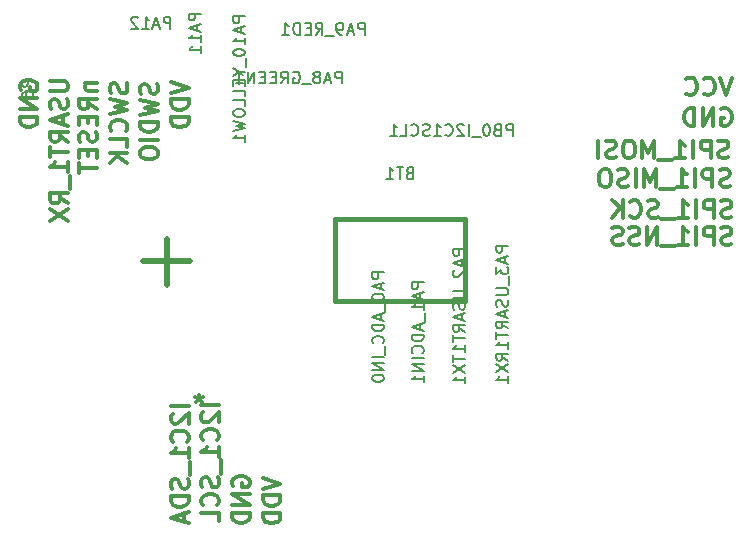
<source format=gbo>
G04 #@! TF.FileFunction,Legend,Bot*
%FSLAX46Y46*%
G04 Gerber Fmt 4.6, Leading zero omitted, Abs format (unit mm)*
G04 Created by KiCad (PCBNEW (2015-04-17 BZR 5609)-product) date Wednesday, 23 September 2015 11:50:23 am*
%MOMM*%
G01*
G04 APERTURE LIST*
%ADD10C,0.100000*%
%ADD11C,0.300000*%
%ADD12C,0.400000*%
%ADD13C,0.500000*%
%ADD14C,0.150000*%
%ADD15C,2.235200*%
%ADD16R,1.727200X2.032000*%
%ADD17O,1.727200X2.032000*%
%ADD18R,2.235200X2.235200*%
%ADD19R,2.032000X1.727200*%
%ADD20O,2.032000X1.727200*%
%ADD21R,3.200000X4.200000*%
G04 APERTURE END LIST*
D10*
D11*
X142586971Y-91878400D02*
X144086971Y-92378400D01*
X142586971Y-92878400D01*
X144086971Y-93378400D02*
X142586971Y-93378400D01*
X142586971Y-93735543D01*
X142658400Y-93949828D01*
X142801257Y-94092686D01*
X142944114Y-94164114D01*
X143229829Y-94235543D01*
X143444114Y-94235543D01*
X143729829Y-94164114D01*
X143872686Y-94092686D01*
X144015543Y-93949828D01*
X144086971Y-93735543D01*
X144086971Y-93378400D01*
X144086971Y-94878400D02*
X142586971Y-94878400D01*
X142586971Y-95235543D01*
X142658400Y-95449828D01*
X142801257Y-95592686D01*
X142944114Y-95664114D01*
X143229829Y-95735543D01*
X143444114Y-95735543D01*
X143729829Y-95664114D01*
X143872686Y-95592686D01*
X144015543Y-95449828D01*
X144086971Y-95235543D01*
X144086971Y-94878400D01*
X138833943Y-92009543D02*
X138905371Y-92223829D01*
X138905371Y-92580972D01*
X138833943Y-92723829D01*
X138762514Y-92795258D01*
X138619657Y-92866686D01*
X138476800Y-92866686D01*
X138333943Y-92795258D01*
X138262514Y-92723829D01*
X138191086Y-92580972D01*
X138119657Y-92295258D01*
X138048229Y-92152400D01*
X137976800Y-92080972D01*
X137833943Y-92009543D01*
X137691086Y-92009543D01*
X137548229Y-92080972D01*
X137476800Y-92152400D01*
X137405371Y-92295258D01*
X137405371Y-92652400D01*
X137476800Y-92866686D01*
X137405371Y-93366686D02*
X138905371Y-93723829D01*
X137833943Y-94009543D01*
X138905371Y-94295257D01*
X137405371Y-94652400D01*
X138762514Y-96080972D02*
X138833943Y-96009543D01*
X138905371Y-95795257D01*
X138905371Y-95652400D01*
X138833943Y-95438115D01*
X138691086Y-95295257D01*
X138548229Y-95223829D01*
X138262514Y-95152400D01*
X138048229Y-95152400D01*
X137762514Y-95223829D01*
X137619657Y-95295257D01*
X137476800Y-95438115D01*
X137405371Y-95652400D01*
X137405371Y-95795257D01*
X137476800Y-96009543D01*
X137548229Y-96080972D01*
X138905371Y-97438115D02*
X138905371Y-96723829D01*
X137405371Y-96723829D01*
X138905371Y-97938115D02*
X137405371Y-97938115D01*
X138905371Y-98795258D02*
X138048229Y-98152401D01*
X137405371Y-98795258D02*
X138262514Y-97938115D01*
X141424743Y-92071428D02*
X141496171Y-92285714D01*
X141496171Y-92642857D01*
X141424743Y-92785714D01*
X141353314Y-92857143D01*
X141210457Y-92928571D01*
X141067600Y-92928571D01*
X140924743Y-92857143D01*
X140853314Y-92785714D01*
X140781886Y-92642857D01*
X140710457Y-92357143D01*
X140639029Y-92214285D01*
X140567600Y-92142857D01*
X140424743Y-92071428D01*
X140281886Y-92071428D01*
X140139029Y-92142857D01*
X140067600Y-92214285D01*
X139996171Y-92357143D01*
X139996171Y-92714285D01*
X140067600Y-92928571D01*
X139996171Y-93428571D02*
X141496171Y-93785714D01*
X140424743Y-94071428D01*
X141496171Y-94357142D01*
X139996171Y-94714285D01*
X141496171Y-95285714D02*
X139996171Y-95285714D01*
X139996171Y-95642857D01*
X140067600Y-95857142D01*
X140210457Y-96000000D01*
X140353314Y-96071428D01*
X140639029Y-96142857D01*
X140853314Y-96142857D01*
X141139029Y-96071428D01*
X141281886Y-96000000D01*
X141424743Y-95857142D01*
X141496171Y-95642857D01*
X141496171Y-95285714D01*
X141496171Y-96785714D02*
X139996171Y-96785714D01*
X139996171Y-97785714D02*
X139996171Y-98071428D01*
X140067600Y-98214286D01*
X140210457Y-98357143D01*
X140496171Y-98428571D01*
X140996171Y-98428571D01*
X141281886Y-98357143D01*
X141424743Y-98214286D01*
X141496171Y-98071428D01*
X141496171Y-97785714D01*
X141424743Y-97642857D01*
X141281886Y-97500000D01*
X140996171Y-97428571D01*
X140496171Y-97428571D01*
X140210457Y-97500000D01*
X140067600Y-97642857D01*
X139996171Y-97785714D01*
X135314571Y-91992915D02*
X136314571Y-91992915D01*
X135457429Y-91992915D02*
X135386000Y-92064343D01*
X135314571Y-92207201D01*
X135314571Y-92421486D01*
X135386000Y-92564343D01*
X135528857Y-92635772D01*
X136314571Y-92635772D01*
X136314571Y-94207201D02*
X135600286Y-93707201D01*
X136314571Y-93350058D02*
X134814571Y-93350058D01*
X134814571Y-93921486D01*
X134886000Y-94064344D01*
X134957429Y-94135772D01*
X135100286Y-94207201D01*
X135314571Y-94207201D01*
X135457429Y-94135772D01*
X135528857Y-94064344D01*
X135600286Y-93921486D01*
X135600286Y-93350058D01*
X135528857Y-94850058D02*
X135528857Y-95350058D01*
X136314571Y-95564344D02*
X136314571Y-94850058D01*
X134814571Y-94850058D01*
X134814571Y-95564344D01*
X136243143Y-96135772D02*
X136314571Y-96350058D01*
X136314571Y-96707201D01*
X136243143Y-96850058D01*
X136171714Y-96921487D01*
X136028857Y-96992915D01*
X135886000Y-96992915D01*
X135743143Y-96921487D01*
X135671714Y-96850058D01*
X135600286Y-96707201D01*
X135528857Y-96421487D01*
X135457429Y-96278629D01*
X135386000Y-96207201D01*
X135243143Y-96135772D01*
X135100286Y-96135772D01*
X134957429Y-96207201D01*
X134886000Y-96278629D01*
X134814571Y-96421487D01*
X134814571Y-96778629D01*
X134886000Y-96992915D01*
X135528857Y-97635772D02*
X135528857Y-98135772D01*
X136314571Y-98350058D02*
X136314571Y-97635772D01*
X134814571Y-97635772D01*
X134814571Y-98350058D01*
X134814571Y-98778629D02*
X134814571Y-99635772D01*
X136314571Y-99207201D02*
X134814571Y-99207201D01*
X132376171Y-91831258D02*
X133590457Y-91831258D01*
X133733314Y-91902686D01*
X133804743Y-91974115D01*
X133876171Y-92116972D01*
X133876171Y-92402686D01*
X133804743Y-92545544D01*
X133733314Y-92616972D01*
X133590457Y-92688401D01*
X132376171Y-92688401D01*
X133804743Y-93331258D02*
X133876171Y-93545544D01*
X133876171Y-93902687D01*
X133804743Y-94045544D01*
X133733314Y-94116973D01*
X133590457Y-94188401D01*
X133447600Y-94188401D01*
X133304743Y-94116973D01*
X133233314Y-94045544D01*
X133161886Y-93902687D01*
X133090457Y-93616973D01*
X133019029Y-93474115D01*
X132947600Y-93402687D01*
X132804743Y-93331258D01*
X132661886Y-93331258D01*
X132519029Y-93402687D01*
X132447600Y-93474115D01*
X132376171Y-93616973D01*
X132376171Y-93974115D01*
X132447600Y-94188401D01*
X133447600Y-94759829D02*
X133447600Y-95474115D01*
X133876171Y-94616972D02*
X132376171Y-95116972D01*
X133876171Y-95616972D01*
X133876171Y-96974115D02*
X133161886Y-96474115D01*
X133876171Y-96116972D02*
X132376171Y-96116972D01*
X132376171Y-96688400D01*
X132447600Y-96831258D01*
X132519029Y-96902686D01*
X132661886Y-96974115D01*
X132876171Y-96974115D01*
X133019029Y-96902686D01*
X133090457Y-96831258D01*
X133161886Y-96688400D01*
X133161886Y-96116972D01*
X132376171Y-97402686D02*
X132376171Y-98259829D01*
X133876171Y-97831258D02*
X132376171Y-97831258D01*
X133876171Y-99545543D02*
X133876171Y-98688400D01*
X133876171Y-99116972D02*
X132376171Y-99116972D01*
X132590457Y-98974115D01*
X132733314Y-98831257D01*
X132804743Y-98688400D01*
X134019029Y-99831257D02*
X134019029Y-100974114D01*
X133876171Y-102188400D02*
X133161886Y-101688400D01*
X133876171Y-101331257D02*
X132376171Y-101331257D01*
X132376171Y-101902685D01*
X132447600Y-102045543D01*
X132519029Y-102116971D01*
X132661886Y-102188400D01*
X132876171Y-102188400D01*
X133019029Y-102116971D01*
X133090457Y-102045543D01*
X133161886Y-101902685D01*
X133161886Y-101331257D01*
X132376171Y-102688400D02*
X133876171Y-103688400D01*
X132376171Y-103688400D02*
X133876171Y-102688400D01*
X129856800Y-92583143D02*
X129785371Y-92440286D01*
X129785371Y-92226000D01*
X129856800Y-92011715D01*
X129999657Y-91868857D01*
X130142514Y-91797429D01*
X130428229Y-91726000D01*
X130642514Y-91726000D01*
X130928229Y-91797429D01*
X131071086Y-91868857D01*
X131213943Y-92011715D01*
X131285371Y-92226000D01*
X131285371Y-92368857D01*
X131213943Y-92583143D01*
X131142514Y-92654572D01*
X130642514Y-92654572D01*
X130642514Y-92368857D01*
X131285371Y-93297429D02*
X129785371Y-93297429D01*
X131285371Y-94154572D01*
X129785371Y-94154572D01*
X131285371Y-94868858D02*
X129785371Y-94868858D01*
X129785371Y-95226001D01*
X129856800Y-95440286D01*
X129999657Y-95583144D01*
X130142514Y-95654572D01*
X130428229Y-95726001D01*
X130642514Y-95726001D01*
X130928229Y-95654572D01*
X131071086Y-95583144D01*
X131213943Y-95440286D01*
X131285371Y-95226001D01*
X131285371Y-94868858D01*
X190061600Y-91532971D02*
X189561600Y-93032971D01*
X189061600Y-91532971D01*
X187704457Y-92890114D02*
X187775886Y-92961543D01*
X187990172Y-93032971D01*
X188133029Y-93032971D01*
X188347314Y-92961543D01*
X188490172Y-92818686D01*
X188561600Y-92675829D01*
X188633029Y-92390114D01*
X188633029Y-92175829D01*
X188561600Y-91890114D01*
X188490172Y-91747257D01*
X188347314Y-91604400D01*
X188133029Y-91532971D01*
X187990172Y-91532971D01*
X187775886Y-91604400D01*
X187704457Y-91675829D01*
X186204457Y-92890114D02*
X186275886Y-92961543D01*
X186490172Y-93032971D01*
X186633029Y-93032971D01*
X186847314Y-92961543D01*
X186990172Y-92818686D01*
X187061600Y-92675829D01*
X187133029Y-92390114D01*
X187133029Y-92175829D01*
X187061600Y-91890114D01*
X186990172Y-91747257D01*
X186847314Y-91604400D01*
X186633029Y-91532971D01*
X186490172Y-91532971D01*
X186275886Y-91604400D01*
X186204457Y-91675829D01*
X189204457Y-94195200D02*
X189347314Y-94123771D01*
X189561600Y-94123771D01*
X189775885Y-94195200D01*
X189918743Y-94338057D01*
X189990171Y-94480914D01*
X190061600Y-94766629D01*
X190061600Y-94980914D01*
X189990171Y-95266629D01*
X189918743Y-95409486D01*
X189775885Y-95552343D01*
X189561600Y-95623771D01*
X189418743Y-95623771D01*
X189204457Y-95552343D01*
X189133028Y-95480914D01*
X189133028Y-94980914D01*
X189418743Y-94980914D01*
X188490171Y-95623771D02*
X188490171Y-94123771D01*
X187633028Y-95623771D01*
X187633028Y-94123771D01*
X186918742Y-95623771D02*
X186918742Y-94123771D01*
X186561599Y-94123771D01*
X186347314Y-94195200D01*
X186204456Y-94338057D01*
X186133028Y-94480914D01*
X186061599Y-94766629D01*
X186061599Y-94980914D01*
X186133028Y-95266629D01*
X186204456Y-95409486D01*
X186347314Y-95552343D01*
X186561599Y-95623771D01*
X186918742Y-95623771D01*
X189787314Y-98295543D02*
X189573028Y-98366971D01*
X189215885Y-98366971D01*
X189073028Y-98295543D01*
X189001599Y-98224114D01*
X188930171Y-98081257D01*
X188930171Y-97938400D01*
X189001599Y-97795543D01*
X189073028Y-97724114D01*
X189215885Y-97652686D01*
X189501599Y-97581257D01*
X189644457Y-97509829D01*
X189715885Y-97438400D01*
X189787314Y-97295543D01*
X189787314Y-97152686D01*
X189715885Y-97009829D01*
X189644457Y-96938400D01*
X189501599Y-96866971D01*
X189144457Y-96866971D01*
X188930171Y-96938400D01*
X188287314Y-98366971D02*
X188287314Y-96866971D01*
X187715886Y-96866971D01*
X187573028Y-96938400D01*
X187501600Y-97009829D01*
X187430171Y-97152686D01*
X187430171Y-97366971D01*
X187501600Y-97509829D01*
X187573028Y-97581257D01*
X187715886Y-97652686D01*
X188287314Y-97652686D01*
X186787314Y-98366971D02*
X186787314Y-96866971D01*
X185287314Y-98366971D02*
X186144457Y-98366971D01*
X185715885Y-98366971D02*
X185715885Y-96866971D01*
X185858742Y-97081257D01*
X186001600Y-97224114D01*
X186144457Y-97295543D01*
X185001600Y-98509829D02*
X183858743Y-98509829D01*
X183501600Y-98366971D02*
X183501600Y-96866971D01*
X183001600Y-97938400D01*
X182501600Y-96866971D01*
X182501600Y-98366971D01*
X181501600Y-96866971D02*
X181215886Y-96866971D01*
X181073028Y-96938400D01*
X180930171Y-97081257D01*
X180858743Y-97366971D01*
X180858743Y-97866971D01*
X180930171Y-98152686D01*
X181073028Y-98295543D01*
X181215886Y-98366971D01*
X181501600Y-98366971D01*
X181644457Y-98295543D01*
X181787314Y-98152686D01*
X181858743Y-97866971D01*
X181858743Y-97366971D01*
X181787314Y-97081257D01*
X181644457Y-96938400D01*
X181501600Y-96866971D01*
X180287314Y-98295543D02*
X180073028Y-98366971D01*
X179715885Y-98366971D01*
X179573028Y-98295543D01*
X179501599Y-98224114D01*
X179430171Y-98081257D01*
X179430171Y-97938400D01*
X179501599Y-97795543D01*
X179573028Y-97724114D01*
X179715885Y-97652686D01*
X180001599Y-97581257D01*
X180144457Y-97509829D01*
X180215885Y-97438400D01*
X180287314Y-97295543D01*
X180287314Y-97152686D01*
X180215885Y-97009829D01*
X180144457Y-96938400D01*
X180001599Y-96866971D01*
X179644457Y-96866971D01*
X179430171Y-96938400D01*
X178787314Y-98366971D02*
X178787314Y-96866971D01*
X189939714Y-100733943D02*
X189725428Y-100805371D01*
X189368285Y-100805371D01*
X189225428Y-100733943D01*
X189153999Y-100662514D01*
X189082571Y-100519657D01*
X189082571Y-100376800D01*
X189153999Y-100233943D01*
X189225428Y-100162514D01*
X189368285Y-100091086D01*
X189653999Y-100019657D01*
X189796857Y-99948229D01*
X189868285Y-99876800D01*
X189939714Y-99733943D01*
X189939714Y-99591086D01*
X189868285Y-99448229D01*
X189796857Y-99376800D01*
X189653999Y-99305371D01*
X189296857Y-99305371D01*
X189082571Y-99376800D01*
X188439714Y-100805371D02*
X188439714Y-99305371D01*
X187868286Y-99305371D01*
X187725428Y-99376800D01*
X187654000Y-99448229D01*
X187582571Y-99591086D01*
X187582571Y-99805371D01*
X187654000Y-99948229D01*
X187725428Y-100019657D01*
X187868286Y-100091086D01*
X188439714Y-100091086D01*
X186939714Y-100805371D02*
X186939714Y-99305371D01*
X185439714Y-100805371D02*
X186296857Y-100805371D01*
X185868285Y-100805371D02*
X185868285Y-99305371D01*
X186011142Y-99519657D01*
X186154000Y-99662514D01*
X186296857Y-99733943D01*
X185154000Y-100948229D02*
X184011143Y-100948229D01*
X183654000Y-100805371D02*
X183654000Y-99305371D01*
X183154000Y-100376800D01*
X182654000Y-99305371D01*
X182654000Y-100805371D01*
X181939714Y-100805371D02*
X181939714Y-99305371D01*
X181296857Y-100733943D02*
X181082571Y-100805371D01*
X180725428Y-100805371D01*
X180582571Y-100733943D01*
X180511142Y-100662514D01*
X180439714Y-100519657D01*
X180439714Y-100376800D01*
X180511142Y-100233943D01*
X180582571Y-100162514D01*
X180725428Y-100091086D01*
X181011142Y-100019657D01*
X181154000Y-99948229D01*
X181225428Y-99876800D01*
X181296857Y-99733943D01*
X181296857Y-99591086D01*
X181225428Y-99448229D01*
X181154000Y-99376800D01*
X181011142Y-99305371D01*
X180654000Y-99305371D01*
X180439714Y-99376800D01*
X179511143Y-99305371D02*
X179225429Y-99305371D01*
X179082571Y-99376800D01*
X178939714Y-99519657D01*
X178868286Y-99805371D01*
X178868286Y-100305371D01*
X178939714Y-100591086D01*
X179082571Y-100733943D01*
X179225429Y-100805371D01*
X179511143Y-100805371D01*
X179654000Y-100733943D01*
X179796857Y-100591086D01*
X179868286Y-100305371D01*
X179868286Y-99805371D01*
X179796857Y-99519657D01*
X179654000Y-99376800D01*
X179511143Y-99305371D01*
X190049314Y-103324743D02*
X189835028Y-103396171D01*
X189477885Y-103396171D01*
X189335028Y-103324743D01*
X189263599Y-103253314D01*
X189192171Y-103110457D01*
X189192171Y-102967600D01*
X189263599Y-102824743D01*
X189335028Y-102753314D01*
X189477885Y-102681886D01*
X189763599Y-102610457D01*
X189906457Y-102539029D01*
X189977885Y-102467600D01*
X190049314Y-102324743D01*
X190049314Y-102181886D01*
X189977885Y-102039029D01*
X189906457Y-101967600D01*
X189763599Y-101896171D01*
X189406457Y-101896171D01*
X189192171Y-101967600D01*
X188549314Y-103396171D02*
X188549314Y-101896171D01*
X187977886Y-101896171D01*
X187835028Y-101967600D01*
X187763600Y-102039029D01*
X187692171Y-102181886D01*
X187692171Y-102396171D01*
X187763600Y-102539029D01*
X187835028Y-102610457D01*
X187977886Y-102681886D01*
X188549314Y-102681886D01*
X187049314Y-103396171D02*
X187049314Y-101896171D01*
X185549314Y-103396171D02*
X186406457Y-103396171D01*
X185977885Y-103396171D02*
X185977885Y-101896171D01*
X186120742Y-102110457D01*
X186263600Y-102253314D01*
X186406457Y-102324743D01*
X185263600Y-103539029D02*
X184120743Y-103539029D01*
X183835029Y-103324743D02*
X183620743Y-103396171D01*
X183263600Y-103396171D01*
X183120743Y-103324743D01*
X183049314Y-103253314D01*
X182977886Y-103110457D01*
X182977886Y-102967600D01*
X183049314Y-102824743D01*
X183120743Y-102753314D01*
X183263600Y-102681886D01*
X183549314Y-102610457D01*
X183692172Y-102539029D01*
X183763600Y-102467600D01*
X183835029Y-102324743D01*
X183835029Y-102181886D01*
X183763600Y-102039029D01*
X183692172Y-101967600D01*
X183549314Y-101896171D01*
X183192172Y-101896171D01*
X182977886Y-101967600D01*
X181477886Y-103253314D02*
X181549315Y-103324743D01*
X181763601Y-103396171D01*
X181906458Y-103396171D01*
X182120743Y-103324743D01*
X182263601Y-103181886D01*
X182335029Y-103039029D01*
X182406458Y-102753314D01*
X182406458Y-102539029D01*
X182335029Y-102253314D01*
X182263601Y-102110457D01*
X182120743Y-101967600D01*
X181906458Y-101896171D01*
X181763601Y-101896171D01*
X181549315Y-101967600D01*
X181477886Y-102039029D01*
X180835029Y-103396171D02*
X180835029Y-101896171D01*
X179977886Y-103396171D02*
X180620743Y-102539029D01*
X179977886Y-101896171D02*
X180835029Y-102753314D01*
X190049314Y-105610743D02*
X189835028Y-105682171D01*
X189477885Y-105682171D01*
X189335028Y-105610743D01*
X189263599Y-105539314D01*
X189192171Y-105396457D01*
X189192171Y-105253600D01*
X189263599Y-105110743D01*
X189335028Y-105039314D01*
X189477885Y-104967886D01*
X189763599Y-104896457D01*
X189906457Y-104825029D01*
X189977885Y-104753600D01*
X190049314Y-104610743D01*
X190049314Y-104467886D01*
X189977885Y-104325029D01*
X189906457Y-104253600D01*
X189763599Y-104182171D01*
X189406457Y-104182171D01*
X189192171Y-104253600D01*
X188549314Y-105682171D02*
X188549314Y-104182171D01*
X187977886Y-104182171D01*
X187835028Y-104253600D01*
X187763600Y-104325029D01*
X187692171Y-104467886D01*
X187692171Y-104682171D01*
X187763600Y-104825029D01*
X187835028Y-104896457D01*
X187977886Y-104967886D01*
X188549314Y-104967886D01*
X187049314Y-105682171D02*
X187049314Y-104182171D01*
X185549314Y-105682171D02*
X186406457Y-105682171D01*
X185977885Y-105682171D02*
X185977885Y-104182171D01*
X186120742Y-104396457D01*
X186263600Y-104539314D01*
X186406457Y-104610743D01*
X185263600Y-105825029D02*
X184120743Y-105825029D01*
X183763600Y-105682171D02*
X183763600Y-104182171D01*
X182906457Y-105682171D01*
X182906457Y-104182171D01*
X182263600Y-105610743D02*
X182049314Y-105682171D01*
X181692171Y-105682171D01*
X181549314Y-105610743D01*
X181477885Y-105539314D01*
X181406457Y-105396457D01*
X181406457Y-105253600D01*
X181477885Y-105110743D01*
X181549314Y-105039314D01*
X181692171Y-104967886D01*
X181977885Y-104896457D01*
X182120743Y-104825029D01*
X182192171Y-104753600D01*
X182263600Y-104610743D01*
X182263600Y-104467886D01*
X182192171Y-104325029D01*
X182120743Y-104253600D01*
X181977885Y-104182171D01*
X181620743Y-104182171D01*
X181406457Y-104253600D01*
X180835029Y-105610743D02*
X180620743Y-105682171D01*
X180263600Y-105682171D01*
X180120743Y-105610743D01*
X180049314Y-105539314D01*
X179977886Y-105396457D01*
X179977886Y-105253600D01*
X180049314Y-105110743D01*
X180120743Y-105039314D01*
X180263600Y-104967886D01*
X180549314Y-104896457D01*
X180692172Y-104825029D01*
X180763600Y-104753600D01*
X180835029Y-104610743D01*
X180835029Y-104467886D01*
X180763600Y-104325029D01*
X180692172Y-104253600D01*
X180549314Y-104182171D01*
X180192172Y-104182171D01*
X179977886Y-104253600D01*
X144086971Y-119348858D02*
X142586971Y-119348858D01*
X142729829Y-119991715D02*
X142658400Y-120063144D01*
X142586971Y-120206001D01*
X142586971Y-120563144D01*
X142658400Y-120706001D01*
X142729829Y-120777430D01*
X142872686Y-120848858D01*
X143015543Y-120848858D01*
X143229829Y-120777430D01*
X144086971Y-119920287D01*
X144086971Y-120848858D01*
X143944114Y-122348858D02*
X144015543Y-122277429D01*
X144086971Y-122063143D01*
X144086971Y-121920286D01*
X144015543Y-121706001D01*
X143872686Y-121563143D01*
X143729829Y-121491715D01*
X143444114Y-121420286D01*
X143229829Y-121420286D01*
X142944114Y-121491715D01*
X142801257Y-121563143D01*
X142658400Y-121706001D01*
X142586971Y-121920286D01*
X142586971Y-122063143D01*
X142658400Y-122277429D01*
X142729829Y-122348858D01*
X144086971Y-123777429D02*
X144086971Y-122920286D01*
X144086971Y-123348858D02*
X142586971Y-123348858D01*
X142801257Y-123206001D01*
X142944114Y-123063143D01*
X143015543Y-122920286D01*
X144229829Y-124063143D02*
X144229829Y-125206000D01*
X144015543Y-125491714D02*
X144086971Y-125706000D01*
X144086971Y-126063143D01*
X144015543Y-126206000D01*
X143944114Y-126277429D01*
X143801257Y-126348857D01*
X143658400Y-126348857D01*
X143515543Y-126277429D01*
X143444114Y-126206000D01*
X143372686Y-126063143D01*
X143301257Y-125777429D01*
X143229829Y-125634571D01*
X143158400Y-125563143D01*
X143015543Y-125491714D01*
X142872686Y-125491714D01*
X142729829Y-125563143D01*
X142658400Y-125634571D01*
X142586971Y-125777429D01*
X142586971Y-126134571D01*
X142658400Y-126348857D01*
X144086971Y-126991714D02*
X142586971Y-126991714D01*
X142586971Y-127348857D01*
X142658400Y-127563142D01*
X142801257Y-127706000D01*
X142944114Y-127777428D01*
X143229829Y-127848857D01*
X143444114Y-127848857D01*
X143729829Y-127777428D01*
X143872686Y-127706000D01*
X144015543Y-127563142D01*
X144086971Y-127348857D01*
X144086971Y-126991714D01*
X143658400Y-128420285D02*
X143658400Y-129134571D01*
X144086971Y-128277428D02*
X142586971Y-128777428D01*
X144086971Y-129277428D01*
X146677771Y-119232172D02*
X145177771Y-119232172D01*
X145320629Y-119875029D02*
X145249200Y-119946458D01*
X145177771Y-120089315D01*
X145177771Y-120446458D01*
X145249200Y-120589315D01*
X145320629Y-120660744D01*
X145463486Y-120732172D01*
X145606343Y-120732172D01*
X145820629Y-120660744D01*
X146677771Y-119803601D01*
X146677771Y-120732172D01*
X146534914Y-122232172D02*
X146606343Y-122160743D01*
X146677771Y-121946457D01*
X146677771Y-121803600D01*
X146606343Y-121589315D01*
X146463486Y-121446457D01*
X146320629Y-121375029D01*
X146034914Y-121303600D01*
X145820629Y-121303600D01*
X145534914Y-121375029D01*
X145392057Y-121446457D01*
X145249200Y-121589315D01*
X145177771Y-121803600D01*
X145177771Y-121946457D01*
X145249200Y-122160743D01*
X145320629Y-122232172D01*
X146677771Y-123660743D02*
X146677771Y-122803600D01*
X146677771Y-123232172D02*
X145177771Y-123232172D01*
X145392057Y-123089315D01*
X145534914Y-122946457D01*
X145606343Y-122803600D01*
X146820629Y-123946457D02*
X146820629Y-125089314D01*
X146606343Y-125375028D02*
X146677771Y-125589314D01*
X146677771Y-125946457D01*
X146606343Y-126089314D01*
X146534914Y-126160743D01*
X146392057Y-126232171D01*
X146249200Y-126232171D01*
X146106343Y-126160743D01*
X146034914Y-126089314D01*
X145963486Y-125946457D01*
X145892057Y-125660743D01*
X145820629Y-125517885D01*
X145749200Y-125446457D01*
X145606343Y-125375028D01*
X145463486Y-125375028D01*
X145320629Y-125446457D01*
X145249200Y-125517885D01*
X145177771Y-125660743D01*
X145177771Y-126017885D01*
X145249200Y-126232171D01*
X146534914Y-127732171D02*
X146606343Y-127660742D01*
X146677771Y-127446456D01*
X146677771Y-127303599D01*
X146606343Y-127089314D01*
X146463486Y-126946456D01*
X146320629Y-126875028D01*
X146034914Y-126803599D01*
X145820629Y-126803599D01*
X145534914Y-126875028D01*
X145392057Y-126946456D01*
X145249200Y-127089314D01*
X145177771Y-127303599D01*
X145177771Y-127446456D01*
X145249200Y-127660742D01*
X145320629Y-127732171D01*
X146677771Y-129089314D02*
X146677771Y-128375028D01*
X145177771Y-128375028D01*
X147840000Y-126111143D02*
X147768571Y-125968286D01*
X147768571Y-125754000D01*
X147840000Y-125539715D01*
X147982857Y-125396857D01*
X148125714Y-125325429D01*
X148411429Y-125254000D01*
X148625714Y-125254000D01*
X148911429Y-125325429D01*
X149054286Y-125396857D01*
X149197143Y-125539715D01*
X149268571Y-125754000D01*
X149268571Y-125896857D01*
X149197143Y-126111143D01*
X149125714Y-126182572D01*
X148625714Y-126182572D01*
X148625714Y-125896857D01*
X149268571Y-126825429D02*
X147768571Y-126825429D01*
X149268571Y-127682572D01*
X147768571Y-127682572D01*
X149268571Y-128396858D02*
X147768571Y-128396858D01*
X147768571Y-128754001D01*
X147840000Y-128968286D01*
X147982857Y-129111144D01*
X148125714Y-129182572D01*
X148411429Y-129254001D01*
X148625714Y-129254001D01*
X148911429Y-129182572D01*
X149054286Y-129111144D01*
X149197143Y-128968286D01*
X149268571Y-128754001D01*
X149268571Y-128396858D01*
X150359371Y-125406400D02*
X151859371Y-125906400D01*
X150359371Y-126406400D01*
X151859371Y-126906400D02*
X150359371Y-126906400D01*
X150359371Y-127263543D01*
X150430800Y-127477828D01*
X150573657Y-127620686D01*
X150716514Y-127692114D01*
X151002229Y-127763543D01*
X151216514Y-127763543D01*
X151502229Y-127692114D01*
X151645086Y-127620686D01*
X151787943Y-127477828D01*
X151859371Y-127263543D01*
X151859371Y-126906400D01*
X151859371Y-128406400D02*
X150359371Y-128406400D01*
X150359371Y-128763543D01*
X150430800Y-128977828D01*
X150573657Y-129120686D01*
X150716514Y-129192114D01*
X151002229Y-129263543D01*
X151216514Y-129263543D01*
X151502229Y-129192114D01*
X151645086Y-129120686D01*
X151787943Y-128977828D01*
X151859371Y-128763543D01*
X151859371Y-128406400D01*
X144970499Y-118368071D02*
X144970499Y-118725214D01*
X145327642Y-118582357D02*
X144970499Y-118725214D01*
X144613357Y-118582357D01*
X145184785Y-119010929D02*
X144970499Y-118725214D01*
X144756214Y-119010929D01*
D12*
X156501200Y-110484800D02*
X156501200Y-103484800D01*
X156501200Y-110484800D02*
X167501200Y-110484800D01*
X167501200Y-103484800D02*
X167501200Y-110484800D01*
X156501200Y-103484800D02*
X167501200Y-103484800D01*
D13*
X140201200Y-107084800D02*
X144201200Y-107084800D01*
X142301200Y-109084800D02*
X142301200Y-105184800D01*
D14*
X130944881Y-91717905D02*
X129944881Y-91717905D01*
X129944881Y-92098858D01*
X129992500Y-92194096D01*
X130040119Y-92241715D01*
X130135357Y-92289334D01*
X130278214Y-92289334D01*
X130373452Y-92241715D01*
X130421071Y-92194096D01*
X130468690Y-92098858D01*
X130468690Y-91717905D01*
X129944881Y-93146477D02*
X129944881Y-92956000D01*
X129992500Y-92860762D01*
X130040119Y-92813143D01*
X130182976Y-92717905D01*
X130373452Y-92670286D01*
X130754405Y-92670286D01*
X130849643Y-92717905D01*
X130897262Y-92765524D01*
X130944881Y-92860762D01*
X130944881Y-93051239D01*
X130897262Y-93146477D01*
X130849643Y-93194096D01*
X130754405Y-93241715D01*
X130516310Y-93241715D01*
X130421071Y-93194096D01*
X130373452Y-93146477D01*
X130325833Y-93051239D01*
X130325833Y-92860762D01*
X130373452Y-92765524D01*
X130421071Y-92717905D01*
X130516310Y-92670286D01*
X160624781Y-108028362D02*
X159624781Y-108028362D01*
X159624781Y-108409315D01*
X159672400Y-108504553D01*
X159720019Y-108552172D01*
X159815257Y-108599791D01*
X159958114Y-108599791D01*
X160053352Y-108552172D01*
X160100971Y-108504553D01*
X160148590Y-108409315D01*
X160148590Y-108028362D01*
X160339067Y-108980743D02*
X160339067Y-109456934D01*
X160624781Y-108885505D02*
X159624781Y-109218838D01*
X160624781Y-109552172D01*
X159624781Y-110075981D02*
X159624781Y-110171220D01*
X159672400Y-110266458D01*
X159720019Y-110314077D01*
X159815257Y-110361696D01*
X160005733Y-110409315D01*
X160243829Y-110409315D01*
X160434305Y-110361696D01*
X160529543Y-110314077D01*
X160577162Y-110266458D01*
X160624781Y-110171220D01*
X160624781Y-110075981D01*
X160577162Y-109980743D01*
X160529543Y-109933124D01*
X160434305Y-109885505D01*
X160243829Y-109837886D01*
X160005733Y-109837886D01*
X159815257Y-109885505D01*
X159720019Y-109933124D01*
X159672400Y-109980743D01*
X159624781Y-110075981D01*
X160720019Y-110599791D02*
X160720019Y-111361696D01*
X160339067Y-111552172D02*
X160339067Y-112028363D01*
X160624781Y-111456934D02*
X159624781Y-111790267D01*
X160624781Y-112123601D01*
X160624781Y-112456934D02*
X159624781Y-112456934D01*
X159624781Y-112695029D01*
X159672400Y-112837887D01*
X159767638Y-112933125D01*
X159862876Y-112980744D01*
X160053352Y-113028363D01*
X160196210Y-113028363D01*
X160386686Y-112980744D01*
X160481924Y-112933125D01*
X160577162Y-112837887D01*
X160624781Y-112695029D01*
X160624781Y-112456934D01*
X160529543Y-114028363D02*
X160577162Y-113980744D01*
X160624781Y-113837887D01*
X160624781Y-113742649D01*
X160577162Y-113599791D01*
X160481924Y-113504553D01*
X160386686Y-113456934D01*
X160196210Y-113409315D01*
X160053352Y-113409315D01*
X159862876Y-113456934D01*
X159767638Y-113504553D01*
X159672400Y-113599791D01*
X159624781Y-113742649D01*
X159624781Y-113837887D01*
X159672400Y-113980744D01*
X159720019Y-114028363D01*
X160720019Y-114218839D02*
X160720019Y-114980744D01*
X160624781Y-115218839D02*
X159624781Y-115218839D01*
X160624781Y-115695029D02*
X159624781Y-115695029D01*
X160624781Y-116266458D01*
X159624781Y-116266458D01*
X159624781Y-116933124D02*
X159624781Y-117028363D01*
X159672400Y-117123601D01*
X159720019Y-117171220D01*
X159815257Y-117218839D01*
X160005733Y-117266458D01*
X160243829Y-117266458D01*
X160434305Y-117218839D01*
X160529543Y-117171220D01*
X160577162Y-117123601D01*
X160624781Y-117028363D01*
X160624781Y-116933124D01*
X160577162Y-116837886D01*
X160529543Y-116790267D01*
X160434305Y-116742648D01*
X160243829Y-116695029D01*
X160005733Y-116695029D01*
X159815257Y-116742648D01*
X159720019Y-116790267D01*
X159672400Y-116837886D01*
X159624781Y-116933124D01*
X163977581Y-108866514D02*
X162977581Y-108866514D01*
X162977581Y-109247467D01*
X163025200Y-109342705D01*
X163072819Y-109390324D01*
X163168057Y-109437943D01*
X163310914Y-109437943D01*
X163406152Y-109390324D01*
X163453771Y-109342705D01*
X163501390Y-109247467D01*
X163501390Y-108866514D01*
X163691867Y-109818895D02*
X163691867Y-110295086D01*
X163977581Y-109723657D02*
X162977581Y-110056990D01*
X163977581Y-110390324D01*
X163977581Y-111247467D02*
X163977581Y-110676038D01*
X163977581Y-110961752D02*
X162977581Y-110961752D01*
X163120438Y-110866514D01*
X163215676Y-110771276D01*
X163263295Y-110676038D01*
X164072819Y-111437943D02*
X164072819Y-112199848D01*
X163691867Y-112390324D02*
X163691867Y-112866515D01*
X163977581Y-112295086D02*
X162977581Y-112628419D01*
X163977581Y-112961753D01*
X163977581Y-113295086D02*
X162977581Y-113295086D01*
X162977581Y-113533181D01*
X163025200Y-113676039D01*
X163120438Y-113771277D01*
X163215676Y-113818896D01*
X163406152Y-113866515D01*
X163549010Y-113866515D01*
X163739486Y-113818896D01*
X163834724Y-113771277D01*
X163929962Y-113676039D01*
X163977581Y-113533181D01*
X163977581Y-113295086D01*
X163882343Y-114866515D02*
X163929962Y-114818896D01*
X163977581Y-114676039D01*
X163977581Y-114580801D01*
X163929962Y-114437943D01*
X163834724Y-114342705D01*
X163739486Y-114295086D01*
X163549010Y-114247467D01*
X163406152Y-114247467D01*
X163215676Y-114295086D01*
X163120438Y-114342705D01*
X163025200Y-114437943D01*
X162977581Y-114580801D01*
X162977581Y-114676039D01*
X163025200Y-114818896D01*
X163072819Y-114866515D01*
X163977581Y-115295086D02*
X162977581Y-115295086D01*
X163977581Y-115771276D02*
X162977581Y-115771276D01*
X163977581Y-116342705D01*
X162977581Y-116342705D01*
X163977581Y-117342705D02*
X163977581Y-116771276D01*
X163977581Y-117056990D02*
X162977581Y-117056990D01*
X163120438Y-116961752D01*
X163215676Y-116866514D01*
X163263295Y-116771276D01*
X167482781Y-106042533D02*
X166482781Y-106042533D01*
X166482781Y-106423486D01*
X166530400Y-106518724D01*
X166578019Y-106566343D01*
X166673257Y-106613962D01*
X166816114Y-106613962D01*
X166911352Y-106566343D01*
X166958971Y-106518724D01*
X167006590Y-106423486D01*
X167006590Y-106042533D01*
X167197067Y-106994914D02*
X167197067Y-107471105D01*
X167482781Y-106899676D02*
X166482781Y-107233009D01*
X167482781Y-107566343D01*
X166578019Y-107852057D02*
X166530400Y-107899676D01*
X166482781Y-107994914D01*
X166482781Y-108233010D01*
X166530400Y-108328248D01*
X166578019Y-108375867D01*
X166673257Y-108423486D01*
X166768495Y-108423486D01*
X166911352Y-108375867D01*
X167482781Y-107804438D01*
X167482781Y-108423486D01*
X167578019Y-108613962D02*
X167578019Y-109375867D01*
X166482781Y-109613962D02*
X167292305Y-109613962D01*
X167387543Y-109661581D01*
X167435162Y-109709200D01*
X167482781Y-109804438D01*
X167482781Y-109994915D01*
X167435162Y-110090153D01*
X167387543Y-110137772D01*
X167292305Y-110185391D01*
X166482781Y-110185391D01*
X167435162Y-110613962D02*
X167482781Y-110756819D01*
X167482781Y-110994915D01*
X167435162Y-111090153D01*
X167387543Y-111137772D01*
X167292305Y-111185391D01*
X167197067Y-111185391D01*
X167101829Y-111137772D01*
X167054210Y-111090153D01*
X167006590Y-110994915D01*
X166958971Y-110804438D01*
X166911352Y-110709200D01*
X166863733Y-110661581D01*
X166768495Y-110613962D01*
X166673257Y-110613962D01*
X166578019Y-110661581D01*
X166530400Y-110709200D01*
X166482781Y-110804438D01*
X166482781Y-111042534D01*
X166530400Y-111185391D01*
X167197067Y-111566343D02*
X167197067Y-112042534D01*
X167482781Y-111471105D02*
X166482781Y-111804438D01*
X167482781Y-112137772D01*
X167482781Y-113042534D02*
X167006590Y-112709200D01*
X167482781Y-112471105D02*
X166482781Y-112471105D01*
X166482781Y-112852058D01*
X166530400Y-112947296D01*
X166578019Y-112994915D01*
X166673257Y-113042534D01*
X166816114Y-113042534D01*
X166911352Y-112994915D01*
X166958971Y-112947296D01*
X167006590Y-112852058D01*
X167006590Y-112471105D01*
X166482781Y-113328248D02*
X166482781Y-113899677D01*
X167482781Y-113613962D02*
X166482781Y-113613962D01*
X167482781Y-114756820D02*
X167482781Y-114185391D01*
X167482781Y-114471105D02*
X166482781Y-114471105D01*
X166625638Y-114375867D01*
X166720876Y-114280629D01*
X166768495Y-114185391D01*
X166482781Y-115042534D02*
X166482781Y-115613963D01*
X167482781Y-115328248D02*
X166482781Y-115328248D01*
X166482781Y-115852058D02*
X167482781Y-116518725D01*
X166482781Y-116518725D02*
X167482781Y-115852058D01*
X167482781Y-117423487D02*
X167482781Y-116852058D01*
X167482781Y-117137772D02*
X166482781Y-117137772D01*
X166625638Y-117042534D01*
X166720876Y-116947296D01*
X166768495Y-116852058D01*
X171140381Y-105771085D02*
X170140381Y-105771085D01*
X170140381Y-106152038D01*
X170188000Y-106247276D01*
X170235619Y-106294895D01*
X170330857Y-106342514D01*
X170473714Y-106342514D01*
X170568952Y-106294895D01*
X170616571Y-106247276D01*
X170664190Y-106152038D01*
X170664190Y-105771085D01*
X170854667Y-106723466D02*
X170854667Y-107199657D01*
X171140381Y-106628228D02*
X170140381Y-106961561D01*
X171140381Y-107294895D01*
X170140381Y-107532990D02*
X170140381Y-108152038D01*
X170521333Y-107818704D01*
X170521333Y-107961562D01*
X170568952Y-108056800D01*
X170616571Y-108104419D01*
X170711810Y-108152038D01*
X170949905Y-108152038D01*
X171045143Y-108104419D01*
X171092762Y-108056800D01*
X171140381Y-107961562D01*
X171140381Y-107675847D01*
X171092762Y-107580609D01*
X171045143Y-107532990D01*
X171235619Y-108342514D02*
X171235619Y-109104419D01*
X170140381Y-109342514D02*
X170949905Y-109342514D01*
X171045143Y-109390133D01*
X171092762Y-109437752D01*
X171140381Y-109532990D01*
X171140381Y-109723467D01*
X171092762Y-109818705D01*
X171045143Y-109866324D01*
X170949905Y-109913943D01*
X170140381Y-109913943D01*
X171092762Y-110342514D02*
X171140381Y-110485371D01*
X171140381Y-110723467D01*
X171092762Y-110818705D01*
X171045143Y-110866324D01*
X170949905Y-110913943D01*
X170854667Y-110913943D01*
X170759429Y-110866324D01*
X170711810Y-110818705D01*
X170664190Y-110723467D01*
X170616571Y-110532990D01*
X170568952Y-110437752D01*
X170521333Y-110390133D01*
X170426095Y-110342514D01*
X170330857Y-110342514D01*
X170235619Y-110390133D01*
X170188000Y-110437752D01*
X170140381Y-110532990D01*
X170140381Y-110771086D01*
X170188000Y-110913943D01*
X170854667Y-111294895D02*
X170854667Y-111771086D01*
X171140381Y-111199657D02*
X170140381Y-111532990D01*
X171140381Y-111866324D01*
X171140381Y-112771086D02*
X170664190Y-112437752D01*
X171140381Y-112199657D02*
X170140381Y-112199657D01*
X170140381Y-112580610D01*
X170188000Y-112675848D01*
X170235619Y-112723467D01*
X170330857Y-112771086D01*
X170473714Y-112771086D01*
X170568952Y-112723467D01*
X170616571Y-112675848D01*
X170664190Y-112580610D01*
X170664190Y-112199657D01*
X170140381Y-113056800D02*
X170140381Y-113628229D01*
X171140381Y-113342514D02*
X170140381Y-113342514D01*
X171140381Y-114485372D02*
X171140381Y-113913943D01*
X171140381Y-114199657D02*
X170140381Y-114199657D01*
X170283238Y-114104419D01*
X170378476Y-114009181D01*
X170426095Y-113913943D01*
X171140381Y-115485372D02*
X170664190Y-115152038D01*
X171140381Y-114913943D02*
X170140381Y-114913943D01*
X170140381Y-115294896D01*
X170188000Y-115390134D01*
X170235619Y-115437753D01*
X170330857Y-115485372D01*
X170473714Y-115485372D01*
X170568952Y-115437753D01*
X170616571Y-115390134D01*
X170664190Y-115294896D01*
X170664190Y-114913943D01*
X170140381Y-115818705D02*
X171140381Y-116485372D01*
X170140381Y-116485372D02*
X171140381Y-115818705D01*
X171140381Y-117390134D02*
X171140381Y-116818705D01*
X171140381Y-117104419D02*
X170140381Y-117104419D01*
X170283238Y-117009181D01*
X170378476Y-116913943D01*
X170426095Y-116818705D01*
X157042881Y-92019381D02*
X157042881Y-91019381D01*
X156661928Y-91019381D01*
X156566690Y-91067000D01*
X156519071Y-91114619D01*
X156471452Y-91209857D01*
X156471452Y-91352714D01*
X156519071Y-91447952D01*
X156566690Y-91495571D01*
X156661928Y-91543190D01*
X157042881Y-91543190D01*
X156090500Y-91733667D02*
X155614309Y-91733667D01*
X156185738Y-92019381D02*
X155852405Y-91019381D01*
X155519071Y-92019381D01*
X155042881Y-91447952D02*
X155138119Y-91400333D01*
X155185738Y-91352714D01*
X155233357Y-91257476D01*
X155233357Y-91209857D01*
X155185738Y-91114619D01*
X155138119Y-91067000D01*
X155042881Y-91019381D01*
X154852404Y-91019381D01*
X154757166Y-91067000D01*
X154709547Y-91114619D01*
X154661928Y-91209857D01*
X154661928Y-91257476D01*
X154709547Y-91352714D01*
X154757166Y-91400333D01*
X154852404Y-91447952D01*
X155042881Y-91447952D01*
X155138119Y-91495571D01*
X155185738Y-91543190D01*
X155233357Y-91638429D01*
X155233357Y-91828905D01*
X155185738Y-91924143D01*
X155138119Y-91971762D01*
X155042881Y-92019381D01*
X154852404Y-92019381D01*
X154757166Y-91971762D01*
X154709547Y-91924143D01*
X154661928Y-91828905D01*
X154661928Y-91638429D01*
X154709547Y-91543190D01*
X154757166Y-91495571D01*
X154852404Y-91447952D01*
X154471452Y-92114619D02*
X153709547Y-92114619D01*
X152947642Y-91067000D02*
X153042880Y-91019381D01*
X153185737Y-91019381D01*
X153328595Y-91067000D01*
X153423833Y-91162238D01*
X153471452Y-91257476D01*
X153519071Y-91447952D01*
X153519071Y-91590810D01*
X153471452Y-91781286D01*
X153423833Y-91876524D01*
X153328595Y-91971762D01*
X153185737Y-92019381D01*
X153090499Y-92019381D01*
X152947642Y-91971762D01*
X152900023Y-91924143D01*
X152900023Y-91590810D01*
X153090499Y-91590810D01*
X151900023Y-92019381D02*
X152233357Y-91543190D01*
X152471452Y-92019381D02*
X152471452Y-91019381D01*
X152090499Y-91019381D01*
X151995261Y-91067000D01*
X151947642Y-91114619D01*
X151900023Y-91209857D01*
X151900023Y-91352714D01*
X151947642Y-91447952D01*
X151995261Y-91495571D01*
X152090499Y-91543190D01*
X152471452Y-91543190D01*
X151471452Y-91495571D02*
X151138118Y-91495571D01*
X150995261Y-92019381D02*
X151471452Y-92019381D01*
X151471452Y-91019381D01*
X150995261Y-91019381D01*
X150566690Y-91495571D02*
X150233356Y-91495571D01*
X150090499Y-92019381D02*
X150566690Y-92019381D01*
X150566690Y-91019381D01*
X150090499Y-91019381D01*
X149661928Y-92019381D02*
X149661928Y-91019381D01*
X149090499Y-92019381D01*
X149090499Y-91019381D01*
X148090499Y-92019381D02*
X148661928Y-92019381D01*
X148376214Y-92019381D02*
X148376214Y-91019381D01*
X148471452Y-91162238D01*
X148566690Y-91257476D01*
X148661928Y-91305095D01*
X158987691Y-87891881D02*
X158987691Y-86891881D01*
X158606738Y-86891881D01*
X158511500Y-86939500D01*
X158463881Y-86987119D01*
X158416262Y-87082357D01*
X158416262Y-87225214D01*
X158463881Y-87320452D01*
X158511500Y-87368071D01*
X158606738Y-87415690D01*
X158987691Y-87415690D01*
X158035310Y-87606167D02*
X157559119Y-87606167D01*
X158130548Y-87891881D02*
X157797215Y-86891881D01*
X157463881Y-87891881D01*
X157082929Y-87891881D02*
X156892453Y-87891881D01*
X156797214Y-87844262D01*
X156749595Y-87796643D01*
X156654357Y-87653786D01*
X156606738Y-87463310D01*
X156606738Y-87082357D01*
X156654357Y-86987119D01*
X156701976Y-86939500D01*
X156797214Y-86891881D01*
X156987691Y-86891881D01*
X157082929Y-86939500D01*
X157130548Y-86987119D01*
X157178167Y-87082357D01*
X157178167Y-87320452D01*
X157130548Y-87415690D01*
X157082929Y-87463310D01*
X156987691Y-87510929D01*
X156797214Y-87510929D01*
X156701976Y-87463310D01*
X156654357Y-87415690D01*
X156606738Y-87320452D01*
X156416262Y-87987119D02*
X155654357Y-87987119D01*
X154844833Y-87891881D02*
X155178167Y-87415690D01*
X155416262Y-87891881D02*
X155416262Y-86891881D01*
X155035309Y-86891881D01*
X154940071Y-86939500D01*
X154892452Y-86987119D01*
X154844833Y-87082357D01*
X154844833Y-87225214D01*
X154892452Y-87320452D01*
X154940071Y-87368071D01*
X155035309Y-87415690D01*
X155416262Y-87415690D01*
X154416262Y-87368071D02*
X154082928Y-87368071D01*
X153940071Y-87891881D02*
X154416262Y-87891881D01*
X154416262Y-86891881D01*
X153940071Y-86891881D01*
X153511500Y-87891881D02*
X153511500Y-86891881D01*
X153273405Y-86891881D01*
X153130547Y-86939500D01*
X153035309Y-87034738D01*
X152987690Y-87129976D01*
X152940071Y-87320452D01*
X152940071Y-87463310D01*
X152987690Y-87653786D01*
X153035309Y-87749024D01*
X153130547Y-87844262D01*
X153273405Y-87891881D01*
X153511500Y-87891881D01*
X151987690Y-87891881D02*
X152559119Y-87891881D01*
X152273405Y-87891881D02*
X152273405Y-86891881D01*
X152368643Y-87034738D01*
X152463881Y-87129976D01*
X152559119Y-87177595D01*
X148851881Y-86344785D02*
X147851881Y-86344785D01*
X147851881Y-86725738D01*
X147899500Y-86820976D01*
X147947119Y-86868595D01*
X148042357Y-86916214D01*
X148185214Y-86916214D01*
X148280452Y-86868595D01*
X148328071Y-86820976D01*
X148375690Y-86725738D01*
X148375690Y-86344785D01*
X148566167Y-87297166D02*
X148566167Y-87773357D01*
X148851881Y-87201928D02*
X147851881Y-87535261D01*
X148851881Y-87868595D01*
X148851881Y-88725738D02*
X148851881Y-88154309D01*
X148851881Y-88440023D02*
X147851881Y-88440023D01*
X147994738Y-88344785D01*
X148089976Y-88249547D01*
X148137595Y-88154309D01*
X147851881Y-89344785D02*
X147851881Y-89440024D01*
X147899500Y-89535262D01*
X147947119Y-89582881D01*
X148042357Y-89630500D01*
X148232833Y-89678119D01*
X148470929Y-89678119D01*
X148661405Y-89630500D01*
X148756643Y-89582881D01*
X148804262Y-89535262D01*
X148851881Y-89440024D01*
X148851881Y-89344785D01*
X148804262Y-89249547D01*
X148756643Y-89201928D01*
X148661405Y-89154309D01*
X148470929Y-89106690D01*
X148232833Y-89106690D01*
X148042357Y-89154309D01*
X147947119Y-89201928D01*
X147899500Y-89249547D01*
X147851881Y-89344785D01*
X148947119Y-89868595D02*
X148947119Y-90630500D01*
X148375690Y-91059071D02*
X148851881Y-91059071D01*
X147851881Y-90725738D02*
X148375690Y-91059071D01*
X147851881Y-91392405D01*
X148328071Y-91725738D02*
X148328071Y-92059072D01*
X148851881Y-92201929D02*
X148851881Y-91725738D01*
X147851881Y-91725738D01*
X147851881Y-92201929D01*
X148851881Y-93106691D02*
X148851881Y-92630500D01*
X147851881Y-92630500D01*
X148851881Y-93916215D02*
X148851881Y-93440024D01*
X147851881Y-93440024D01*
X147851881Y-94440024D02*
X147851881Y-94630501D01*
X147899500Y-94725739D01*
X147994738Y-94820977D01*
X148185214Y-94868596D01*
X148518548Y-94868596D01*
X148709024Y-94820977D01*
X148804262Y-94725739D01*
X148851881Y-94630501D01*
X148851881Y-94440024D01*
X148804262Y-94344786D01*
X148709024Y-94249548D01*
X148518548Y-94201929D01*
X148185214Y-94201929D01*
X147994738Y-94249548D01*
X147899500Y-94344786D01*
X147851881Y-94440024D01*
X147851881Y-95201929D02*
X148851881Y-95440024D01*
X148137595Y-95630501D01*
X148851881Y-95820977D01*
X147851881Y-96059072D01*
X148851881Y-96963834D02*
X148851881Y-96392405D01*
X148851881Y-96678119D02*
X147851881Y-96678119D01*
X147994738Y-96582881D01*
X148089976Y-96487643D01*
X148137595Y-96392405D01*
X145105381Y-86114143D02*
X144105381Y-86114143D01*
X144105381Y-86495096D01*
X144153000Y-86590334D01*
X144200619Y-86637953D01*
X144295857Y-86685572D01*
X144438714Y-86685572D01*
X144533952Y-86637953D01*
X144581571Y-86590334D01*
X144629190Y-86495096D01*
X144629190Y-86114143D01*
X144819667Y-87066524D02*
X144819667Y-87542715D01*
X145105381Y-86971286D02*
X144105381Y-87304619D01*
X145105381Y-87637953D01*
X145105381Y-88495096D02*
X145105381Y-87923667D01*
X145105381Y-88209381D02*
X144105381Y-88209381D01*
X144248238Y-88114143D01*
X144343476Y-88018905D01*
X144391095Y-87923667D01*
X145105381Y-89447477D02*
X145105381Y-88876048D01*
X145105381Y-89161762D02*
X144105381Y-89161762D01*
X144248238Y-89066524D01*
X144343476Y-88971286D01*
X144391095Y-88876048D01*
X142549357Y-87383881D02*
X142549357Y-86383881D01*
X142168404Y-86383881D01*
X142073166Y-86431500D01*
X142025547Y-86479119D01*
X141977928Y-86574357D01*
X141977928Y-86717214D01*
X142025547Y-86812452D01*
X142073166Y-86860071D01*
X142168404Y-86907690D01*
X142549357Y-86907690D01*
X141596976Y-87098167D02*
X141120785Y-87098167D01*
X141692214Y-87383881D02*
X141358881Y-86383881D01*
X141025547Y-87383881D01*
X140168404Y-87383881D02*
X140739833Y-87383881D01*
X140454119Y-87383881D02*
X140454119Y-86383881D01*
X140549357Y-86526738D01*
X140644595Y-86621976D01*
X140739833Y-86669595D01*
X139787452Y-86479119D02*
X139739833Y-86431500D01*
X139644595Y-86383881D01*
X139406499Y-86383881D01*
X139311261Y-86431500D01*
X139263642Y-86479119D01*
X139216023Y-86574357D01*
X139216023Y-86669595D01*
X139263642Y-86812452D01*
X139835071Y-87383881D01*
X139216023Y-87383881D01*
X171536667Y-96464381D02*
X171536667Y-95464381D01*
X171155714Y-95464381D01*
X171060476Y-95512000D01*
X171012857Y-95559619D01*
X170965238Y-95654857D01*
X170965238Y-95797714D01*
X171012857Y-95892952D01*
X171060476Y-95940571D01*
X171155714Y-95988190D01*
X171536667Y-95988190D01*
X170203333Y-95940571D02*
X170060476Y-95988190D01*
X170012857Y-96035810D01*
X169965238Y-96131048D01*
X169965238Y-96273905D01*
X170012857Y-96369143D01*
X170060476Y-96416762D01*
X170155714Y-96464381D01*
X170536667Y-96464381D01*
X170536667Y-95464381D01*
X170203333Y-95464381D01*
X170108095Y-95512000D01*
X170060476Y-95559619D01*
X170012857Y-95654857D01*
X170012857Y-95750095D01*
X170060476Y-95845333D01*
X170108095Y-95892952D01*
X170203333Y-95940571D01*
X170536667Y-95940571D01*
X169346191Y-95464381D02*
X169250952Y-95464381D01*
X169155714Y-95512000D01*
X169108095Y-95559619D01*
X169060476Y-95654857D01*
X169012857Y-95845333D01*
X169012857Y-96083429D01*
X169060476Y-96273905D01*
X169108095Y-96369143D01*
X169155714Y-96416762D01*
X169250952Y-96464381D01*
X169346191Y-96464381D01*
X169441429Y-96416762D01*
X169489048Y-96369143D01*
X169536667Y-96273905D01*
X169584286Y-96083429D01*
X169584286Y-95845333D01*
X169536667Y-95654857D01*
X169489048Y-95559619D01*
X169441429Y-95512000D01*
X169346191Y-95464381D01*
X168822381Y-96559619D02*
X168060476Y-96559619D01*
X167822381Y-96464381D02*
X167822381Y-95464381D01*
X167393810Y-95559619D02*
X167346191Y-95512000D01*
X167250953Y-95464381D01*
X167012857Y-95464381D01*
X166917619Y-95512000D01*
X166870000Y-95559619D01*
X166822381Y-95654857D01*
X166822381Y-95750095D01*
X166870000Y-95892952D01*
X167441429Y-96464381D01*
X166822381Y-96464381D01*
X165822381Y-96369143D02*
X165870000Y-96416762D01*
X166012857Y-96464381D01*
X166108095Y-96464381D01*
X166250953Y-96416762D01*
X166346191Y-96321524D01*
X166393810Y-96226286D01*
X166441429Y-96035810D01*
X166441429Y-95892952D01*
X166393810Y-95702476D01*
X166346191Y-95607238D01*
X166250953Y-95512000D01*
X166108095Y-95464381D01*
X166012857Y-95464381D01*
X165870000Y-95512000D01*
X165822381Y-95559619D01*
X164870000Y-96464381D02*
X165441429Y-96464381D01*
X165155715Y-96464381D02*
X165155715Y-95464381D01*
X165250953Y-95607238D01*
X165346191Y-95702476D01*
X165441429Y-95750095D01*
X164489048Y-96416762D02*
X164346191Y-96464381D01*
X164108095Y-96464381D01*
X164012857Y-96416762D01*
X163965238Y-96369143D01*
X163917619Y-96273905D01*
X163917619Y-96178667D01*
X163965238Y-96083429D01*
X164012857Y-96035810D01*
X164108095Y-95988190D01*
X164298572Y-95940571D01*
X164393810Y-95892952D01*
X164441429Y-95845333D01*
X164489048Y-95750095D01*
X164489048Y-95654857D01*
X164441429Y-95559619D01*
X164393810Y-95512000D01*
X164298572Y-95464381D01*
X164060476Y-95464381D01*
X163917619Y-95512000D01*
X162917619Y-96369143D02*
X162965238Y-96416762D01*
X163108095Y-96464381D01*
X163203333Y-96464381D01*
X163346191Y-96416762D01*
X163441429Y-96321524D01*
X163489048Y-96226286D01*
X163536667Y-96035810D01*
X163536667Y-95892952D01*
X163489048Y-95702476D01*
X163441429Y-95607238D01*
X163346191Y-95512000D01*
X163203333Y-95464381D01*
X163108095Y-95464381D01*
X162965238Y-95512000D01*
X162917619Y-95559619D01*
X162012857Y-96464381D02*
X162489048Y-96464381D01*
X162489048Y-95464381D01*
X161155714Y-96464381D02*
X161727143Y-96464381D01*
X161441429Y-96464381D02*
X161441429Y-95464381D01*
X161536667Y-95607238D01*
X161631905Y-95702476D01*
X161727143Y-95750095D01*
X162786914Y-99613371D02*
X162644057Y-99660990D01*
X162596438Y-99708610D01*
X162548819Y-99803848D01*
X162548819Y-99946705D01*
X162596438Y-100041943D01*
X162644057Y-100089562D01*
X162739295Y-100137181D01*
X163120248Y-100137181D01*
X163120248Y-99137181D01*
X162786914Y-99137181D01*
X162691676Y-99184800D01*
X162644057Y-99232419D01*
X162596438Y-99327657D01*
X162596438Y-99422895D01*
X162644057Y-99518133D01*
X162691676Y-99565752D01*
X162786914Y-99613371D01*
X163120248Y-99613371D01*
X162263105Y-99137181D02*
X161691676Y-99137181D01*
X161977391Y-100137181D02*
X161977391Y-99137181D01*
X160834533Y-100137181D02*
X161405962Y-100137181D01*
X161120248Y-100137181D02*
X161120248Y-99137181D01*
X161215486Y-99280038D01*
X161310724Y-99375276D01*
X161405962Y-99422895D01*
%LPC*%
D15*
X138226800Y-126187200D03*
D16*
X130606800Y-89509600D03*
D17*
X133146800Y-89509600D03*
X135686800Y-89509600D03*
X138226800Y-89509600D03*
X140766800Y-89509600D03*
X143306800Y-89509600D03*
D18*
X160020000Y-119329200D03*
X163525200Y-119329200D03*
X167030400Y-119329200D03*
X170535600Y-119329200D03*
X159000000Y-91600000D03*
X156400000Y-84800000D03*
X148200000Y-84200000D03*
X144600000Y-84200000D03*
X141000000Y-84200000D03*
X159004000Y-95504000D03*
D16*
X151000000Y-131400000D03*
D17*
X148460000Y-131400000D03*
X145920000Y-131400000D03*
X143380000Y-131400000D03*
D18*
X141274800Y-126187200D03*
D19*
X191800000Y-92400000D03*
D20*
X191800000Y-94940000D03*
X191800000Y-97480000D03*
X191800000Y-100020000D03*
X191800000Y-102560000D03*
X191800000Y-105100000D03*
X191800000Y-107640000D03*
D18*
X153314400Y-96774000D03*
D21*
X147381200Y-106984800D03*
X176651200Y-106984800D03*
M02*

</source>
